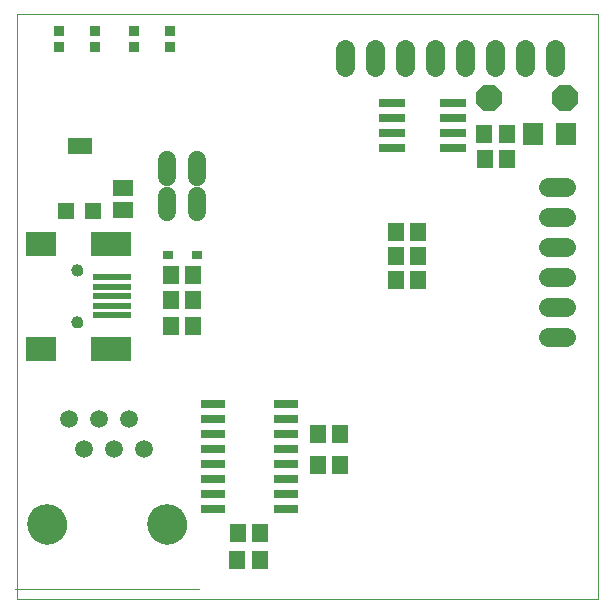
<source format=gts>
G75*
%MOIN*%
%OFA0B0*%
%FSLAX25Y25*%
%IPPOS*%
%LPD*%
%AMOC8*
5,1,8,0,0,1.08239X$1,22.5*
%
%ADD10C,0.00000*%
%ADD11R,0.05518X0.06306*%
%ADD12R,0.03550X0.02762*%
%ADD13R,0.09061X0.02762*%
%ADD14R,0.08400X0.03000*%
%ADD15C,0.00039*%
%ADD16C,0.05943*%
%ADD17C,0.13200*%
%ADD18C,0.06000*%
%ADD19C,0.06400*%
%ADD20R,0.03550X0.03353*%
%ADD21R,0.06699X0.05518*%
%ADD22R,0.05518X0.05518*%
%ADD23R,0.08274X0.05518*%
%ADD24OC8,0.08900*%
%ADD25R,0.10243X0.08274*%
%ADD26R,0.13392X0.08274*%
%ADD27R,0.12605X0.02369*%
%ADD28C,0.03943*%
%ADD29R,0.06699X0.07487*%
D10*
X0031644Y0065933D02*
X0031644Y0260894D01*
X0225345Y0260894D01*
X0225345Y0065933D01*
X0031644Y0065933D01*
X0035244Y0090933D02*
X0035246Y0091093D01*
X0035252Y0091252D01*
X0035262Y0091411D01*
X0035276Y0091570D01*
X0035294Y0091729D01*
X0035315Y0091887D01*
X0035341Y0092044D01*
X0035371Y0092201D01*
X0035404Y0092357D01*
X0035442Y0092512D01*
X0035483Y0092666D01*
X0035528Y0092819D01*
X0035577Y0092971D01*
X0035630Y0093122D01*
X0035686Y0093271D01*
X0035747Y0093419D01*
X0035810Y0093565D01*
X0035878Y0093710D01*
X0035949Y0093853D01*
X0036023Y0093994D01*
X0036101Y0094133D01*
X0036183Y0094270D01*
X0036268Y0094405D01*
X0036356Y0094538D01*
X0036448Y0094669D01*
X0036542Y0094797D01*
X0036640Y0094923D01*
X0036741Y0095047D01*
X0036845Y0095168D01*
X0036952Y0095286D01*
X0037062Y0095402D01*
X0037175Y0095515D01*
X0037291Y0095625D01*
X0037409Y0095732D01*
X0037530Y0095836D01*
X0037654Y0095937D01*
X0037780Y0096035D01*
X0037908Y0096129D01*
X0038039Y0096221D01*
X0038172Y0096309D01*
X0038307Y0096394D01*
X0038444Y0096476D01*
X0038583Y0096554D01*
X0038724Y0096628D01*
X0038867Y0096699D01*
X0039012Y0096767D01*
X0039158Y0096830D01*
X0039306Y0096891D01*
X0039455Y0096947D01*
X0039606Y0097000D01*
X0039758Y0097049D01*
X0039911Y0097094D01*
X0040065Y0097135D01*
X0040220Y0097173D01*
X0040376Y0097206D01*
X0040533Y0097236D01*
X0040690Y0097262D01*
X0040848Y0097283D01*
X0041007Y0097301D01*
X0041166Y0097315D01*
X0041325Y0097325D01*
X0041484Y0097331D01*
X0041644Y0097333D01*
X0041804Y0097331D01*
X0041963Y0097325D01*
X0042122Y0097315D01*
X0042281Y0097301D01*
X0042440Y0097283D01*
X0042598Y0097262D01*
X0042755Y0097236D01*
X0042912Y0097206D01*
X0043068Y0097173D01*
X0043223Y0097135D01*
X0043377Y0097094D01*
X0043530Y0097049D01*
X0043682Y0097000D01*
X0043833Y0096947D01*
X0043982Y0096891D01*
X0044130Y0096830D01*
X0044276Y0096767D01*
X0044421Y0096699D01*
X0044564Y0096628D01*
X0044705Y0096554D01*
X0044844Y0096476D01*
X0044981Y0096394D01*
X0045116Y0096309D01*
X0045249Y0096221D01*
X0045380Y0096129D01*
X0045508Y0096035D01*
X0045634Y0095937D01*
X0045758Y0095836D01*
X0045879Y0095732D01*
X0045997Y0095625D01*
X0046113Y0095515D01*
X0046226Y0095402D01*
X0046336Y0095286D01*
X0046443Y0095168D01*
X0046547Y0095047D01*
X0046648Y0094923D01*
X0046746Y0094797D01*
X0046840Y0094669D01*
X0046932Y0094538D01*
X0047020Y0094405D01*
X0047105Y0094270D01*
X0047187Y0094133D01*
X0047265Y0093994D01*
X0047339Y0093853D01*
X0047410Y0093710D01*
X0047478Y0093565D01*
X0047541Y0093419D01*
X0047602Y0093271D01*
X0047658Y0093122D01*
X0047711Y0092971D01*
X0047760Y0092819D01*
X0047805Y0092666D01*
X0047846Y0092512D01*
X0047884Y0092357D01*
X0047917Y0092201D01*
X0047947Y0092044D01*
X0047973Y0091887D01*
X0047994Y0091729D01*
X0048012Y0091570D01*
X0048026Y0091411D01*
X0048036Y0091252D01*
X0048042Y0091093D01*
X0048044Y0090933D01*
X0048042Y0090773D01*
X0048036Y0090614D01*
X0048026Y0090455D01*
X0048012Y0090296D01*
X0047994Y0090137D01*
X0047973Y0089979D01*
X0047947Y0089822D01*
X0047917Y0089665D01*
X0047884Y0089509D01*
X0047846Y0089354D01*
X0047805Y0089200D01*
X0047760Y0089047D01*
X0047711Y0088895D01*
X0047658Y0088744D01*
X0047602Y0088595D01*
X0047541Y0088447D01*
X0047478Y0088301D01*
X0047410Y0088156D01*
X0047339Y0088013D01*
X0047265Y0087872D01*
X0047187Y0087733D01*
X0047105Y0087596D01*
X0047020Y0087461D01*
X0046932Y0087328D01*
X0046840Y0087197D01*
X0046746Y0087069D01*
X0046648Y0086943D01*
X0046547Y0086819D01*
X0046443Y0086698D01*
X0046336Y0086580D01*
X0046226Y0086464D01*
X0046113Y0086351D01*
X0045997Y0086241D01*
X0045879Y0086134D01*
X0045758Y0086030D01*
X0045634Y0085929D01*
X0045508Y0085831D01*
X0045380Y0085737D01*
X0045249Y0085645D01*
X0045116Y0085557D01*
X0044981Y0085472D01*
X0044844Y0085390D01*
X0044705Y0085312D01*
X0044564Y0085238D01*
X0044421Y0085167D01*
X0044276Y0085099D01*
X0044130Y0085036D01*
X0043982Y0084975D01*
X0043833Y0084919D01*
X0043682Y0084866D01*
X0043530Y0084817D01*
X0043377Y0084772D01*
X0043223Y0084731D01*
X0043068Y0084693D01*
X0042912Y0084660D01*
X0042755Y0084630D01*
X0042598Y0084604D01*
X0042440Y0084583D01*
X0042281Y0084565D01*
X0042122Y0084551D01*
X0041963Y0084541D01*
X0041804Y0084535D01*
X0041644Y0084533D01*
X0041484Y0084535D01*
X0041325Y0084541D01*
X0041166Y0084551D01*
X0041007Y0084565D01*
X0040848Y0084583D01*
X0040690Y0084604D01*
X0040533Y0084630D01*
X0040376Y0084660D01*
X0040220Y0084693D01*
X0040065Y0084731D01*
X0039911Y0084772D01*
X0039758Y0084817D01*
X0039606Y0084866D01*
X0039455Y0084919D01*
X0039306Y0084975D01*
X0039158Y0085036D01*
X0039012Y0085099D01*
X0038867Y0085167D01*
X0038724Y0085238D01*
X0038583Y0085312D01*
X0038444Y0085390D01*
X0038307Y0085472D01*
X0038172Y0085557D01*
X0038039Y0085645D01*
X0037908Y0085737D01*
X0037780Y0085831D01*
X0037654Y0085929D01*
X0037530Y0086030D01*
X0037409Y0086134D01*
X0037291Y0086241D01*
X0037175Y0086351D01*
X0037062Y0086464D01*
X0036952Y0086580D01*
X0036845Y0086698D01*
X0036741Y0086819D01*
X0036640Y0086943D01*
X0036542Y0087069D01*
X0036448Y0087197D01*
X0036356Y0087328D01*
X0036268Y0087461D01*
X0036183Y0087596D01*
X0036101Y0087733D01*
X0036023Y0087872D01*
X0035949Y0088013D01*
X0035878Y0088156D01*
X0035810Y0088301D01*
X0035747Y0088447D01*
X0035686Y0088595D01*
X0035630Y0088744D01*
X0035577Y0088895D01*
X0035528Y0089047D01*
X0035483Y0089200D01*
X0035442Y0089354D01*
X0035404Y0089509D01*
X0035371Y0089665D01*
X0035341Y0089822D01*
X0035315Y0089979D01*
X0035294Y0090137D01*
X0035276Y0090296D01*
X0035262Y0090455D01*
X0035252Y0090614D01*
X0035246Y0090773D01*
X0035244Y0090933D01*
X0075244Y0090933D02*
X0075246Y0091093D01*
X0075252Y0091252D01*
X0075262Y0091411D01*
X0075276Y0091570D01*
X0075294Y0091729D01*
X0075315Y0091887D01*
X0075341Y0092044D01*
X0075371Y0092201D01*
X0075404Y0092357D01*
X0075442Y0092512D01*
X0075483Y0092666D01*
X0075528Y0092819D01*
X0075577Y0092971D01*
X0075630Y0093122D01*
X0075686Y0093271D01*
X0075747Y0093419D01*
X0075810Y0093565D01*
X0075878Y0093710D01*
X0075949Y0093853D01*
X0076023Y0093994D01*
X0076101Y0094133D01*
X0076183Y0094270D01*
X0076268Y0094405D01*
X0076356Y0094538D01*
X0076448Y0094669D01*
X0076542Y0094797D01*
X0076640Y0094923D01*
X0076741Y0095047D01*
X0076845Y0095168D01*
X0076952Y0095286D01*
X0077062Y0095402D01*
X0077175Y0095515D01*
X0077291Y0095625D01*
X0077409Y0095732D01*
X0077530Y0095836D01*
X0077654Y0095937D01*
X0077780Y0096035D01*
X0077908Y0096129D01*
X0078039Y0096221D01*
X0078172Y0096309D01*
X0078307Y0096394D01*
X0078444Y0096476D01*
X0078583Y0096554D01*
X0078724Y0096628D01*
X0078867Y0096699D01*
X0079012Y0096767D01*
X0079158Y0096830D01*
X0079306Y0096891D01*
X0079455Y0096947D01*
X0079606Y0097000D01*
X0079758Y0097049D01*
X0079911Y0097094D01*
X0080065Y0097135D01*
X0080220Y0097173D01*
X0080376Y0097206D01*
X0080533Y0097236D01*
X0080690Y0097262D01*
X0080848Y0097283D01*
X0081007Y0097301D01*
X0081166Y0097315D01*
X0081325Y0097325D01*
X0081484Y0097331D01*
X0081644Y0097333D01*
X0081804Y0097331D01*
X0081963Y0097325D01*
X0082122Y0097315D01*
X0082281Y0097301D01*
X0082440Y0097283D01*
X0082598Y0097262D01*
X0082755Y0097236D01*
X0082912Y0097206D01*
X0083068Y0097173D01*
X0083223Y0097135D01*
X0083377Y0097094D01*
X0083530Y0097049D01*
X0083682Y0097000D01*
X0083833Y0096947D01*
X0083982Y0096891D01*
X0084130Y0096830D01*
X0084276Y0096767D01*
X0084421Y0096699D01*
X0084564Y0096628D01*
X0084705Y0096554D01*
X0084844Y0096476D01*
X0084981Y0096394D01*
X0085116Y0096309D01*
X0085249Y0096221D01*
X0085380Y0096129D01*
X0085508Y0096035D01*
X0085634Y0095937D01*
X0085758Y0095836D01*
X0085879Y0095732D01*
X0085997Y0095625D01*
X0086113Y0095515D01*
X0086226Y0095402D01*
X0086336Y0095286D01*
X0086443Y0095168D01*
X0086547Y0095047D01*
X0086648Y0094923D01*
X0086746Y0094797D01*
X0086840Y0094669D01*
X0086932Y0094538D01*
X0087020Y0094405D01*
X0087105Y0094270D01*
X0087187Y0094133D01*
X0087265Y0093994D01*
X0087339Y0093853D01*
X0087410Y0093710D01*
X0087478Y0093565D01*
X0087541Y0093419D01*
X0087602Y0093271D01*
X0087658Y0093122D01*
X0087711Y0092971D01*
X0087760Y0092819D01*
X0087805Y0092666D01*
X0087846Y0092512D01*
X0087884Y0092357D01*
X0087917Y0092201D01*
X0087947Y0092044D01*
X0087973Y0091887D01*
X0087994Y0091729D01*
X0088012Y0091570D01*
X0088026Y0091411D01*
X0088036Y0091252D01*
X0088042Y0091093D01*
X0088044Y0090933D01*
X0088042Y0090773D01*
X0088036Y0090614D01*
X0088026Y0090455D01*
X0088012Y0090296D01*
X0087994Y0090137D01*
X0087973Y0089979D01*
X0087947Y0089822D01*
X0087917Y0089665D01*
X0087884Y0089509D01*
X0087846Y0089354D01*
X0087805Y0089200D01*
X0087760Y0089047D01*
X0087711Y0088895D01*
X0087658Y0088744D01*
X0087602Y0088595D01*
X0087541Y0088447D01*
X0087478Y0088301D01*
X0087410Y0088156D01*
X0087339Y0088013D01*
X0087265Y0087872D01*
X0087187Y0087733D01*
X0087105Y0087596D01*
X0087020Y0087461D01*
X0086932Y0087328D01*
X0086840Y0087197D01*
X0086746Y0087069D01*
X0086648Y0086943D01*
X0086547Y0086819D01*
X0086443Y0086698D01*
X0086336Y0086580D01*
X0086226Y0086464D01*
X0086113Y0086351D01*
X0085997Y0086241D01*
X0085879Y0086134D01*
X0085758Y0086030D01*
X0085634Y0085929D01*
X0085508Y0085831D01*
X0085380Y0085737D01*
X0085249Y0085645D01*
X0085116Y0085557D01*
X0084981Y0085472D01*
X0084844Y0085390D01*
X0084705Y0085312D01*
X0084564Y0085238D01*
X0084421Y0085167D01*
X0084276Y0085099D01*
X0084130Y0085036D01*
X0083982Y0084975D01*
X0083833Y0084919D01*
X0083682Y0084866D01*
X0083530Y0084817D01*
X0083377Y0084772D01*
X0083223Y0084731D01*
X0083068Y0084693D01*
X0082912Y0084660D01*
X0082755Y0084630D01*
X0082598Y0084604D01*
X0082440Y0084583D01*
X0082281Y0084565D01*
X0082122Y0084551D01*
X0081963Y0084541D01*
X0081804Y0084535D01*
X0081644Y0084533D01*
X0081484Y0084535D01*
X0081325Y0084541D01*
X0081166Y0084551D01*
X0081007Y0084565D01*
X0080848Y0084583D01*
X0080690Y0084604D01*
X0080533Y0084630D01*
X0080376Y0084660D01*
X0080220Y0084693D01*
X0080065Y0084731D01*
X0079911Y0084772D01*
X0079758Y0084817D01*
X0079606Y0084866D01*
X0079455Y0084919D01*
X0079306Y0084975D01*
X0079158Y0085036D01*
X0079012Y0085099D01*
X0078867Y0085167D01*
X0078724Y0085238D01*
X0078583Y0085312D01*
X0078444Y0085390D01*
X0078307Y0085472D01*
X0078172Y0085557D01*
X0078039Y0085645D01*
X0077908Y0085737D01*
X0077780Y0085831D01*
X0077654Y0085929D01*
X0077530Y0086030D01*
X0077409Y0086134D01*
X0077291Y0086241D01*
X0077175Y0086351D01*
X0077062Y0086464D01*
X0076952Y0086580D01*
X0076845Y0086698D01*
X0076741Y0086819D01*
X0076640Y0086943D01*
X0076542Y0087069D01*
X0076448Y0087197D01*
X0076356Y0087328D01*
X0076268Y0087461D01*
X0076183Y0087596D01*
X0076101Y0087733D01*
X0076023Y0087872D01*
X0075949Y0088013D01*
X0075878Y0088156D01*
X0075810Y0088301D01*
X0075747Y0088447D01*
X0075686Y0088595D01*
X0075630Y0088744D01*
X0075577Y0088895D01*
X0075528Y0089047D01*
X0075483Y0089200D01*
X0075442Y0089354D01*
X0075404Y0089509D01*
X0075371Y0089665D01*
X0075341Y0089822D01*
X0075315Y0089979D01*
X0075294Y0090137D01*
X0075276Y0090296D01*
X0075262Y0090455D01*
X0075252Y0090614D01*
X0075246Y0090773D01*
X0075244Y0090933D01*
X0049872Y0158335D02*
X0049874Y0158419D01*
X0049880Y0158502D01*
X0049890Y0158585D01*
X0049904Y0158668D01*
X0049921Y0158750D01*
X0049943Y0158831D01*
X0049968Y0158910D01*
X0049997Y0158989D01*
X0050030Y0159066D01*
X0050066Y0159141D01*
X0050106Y0159215D01*
X0050149Y0159287D01*
X0050196Y0159356D01*
X0050246Y0159423D01*
X0050299Y0159488D01*
X0050355Y0159550D01*
X0050413Y0159610D01*
X0050475Y0159667D01*
X0050539Y0159720D01*
X0050606Y0159771D01*
X0050675Y0159818D01*
X0050746Y0159863D01*
X0050819Y0159903D01*
X0050894Y0159940D01*
X0050971Y0159974D01*
X0051049Y0160004D01*
X0051128Y0160030D01*
X0051209Y0160053D01*
X0051291Y0160071D01*
X0051373Y0160086D01*
X0051456Y0160097D01*
X0051539Y0160104D01*
X0051623Y0160107D01*
X0051707Y0160106D01*
X0051790Y0160101D01*
X0051874Y0160092D01*
X0051956Y0160079D01*
X0052038Y0160063D01*
X0052119Y0160042D01*
X0052200Y0160018D01*
X0052278Y0159990D01*
X0052356Y0159958D01*
X0052432Y0159922D01*
X0052506Y0159883D01*
X0052578Y0159841D01*
X0052648Y0159795D01*
X0052716Y0159746D01*
X0052781Y0159694D01*
X0052844Y0159639D01*
X0052904Y0159581D01*
X0052962Y0159520D01*
X0053016Y0159456D01*
X0053068Y0159390D01*
X0053116Y0159322D01*
X0053161Y0159251D01*
X0053202Y0159178D01*
X0053241Y0159104D01*
X0053275Y0159028D01*
X0053306Y0158950D01*
X0053333Y0158871D01*
X0053357Y0158790D01*
X0053376Y0158709D01*
X0053392Y0158627D01*
X0053404Y0158544D01*
X0053412Y0158460D01*
X0053416Y0158377D01*
X0053416Y0158293D01*
X0053412Y0158210D01*
X0053404Y0158126D01*
X0053392Y0158043D01*
X0053376Y0157961D01*
X0053357Y0157880D01*
X0053333Y0157799D01*
X0053306Y0157720D01*
X0053275Y0157642D01*
X0053241Y0157566D01*
X0053202Y0157492D01*
X0053161Y0157419D01*
X0053116Y0157348D01*
X0053068Y0157280D01*
X0053016Y0157214D01*
X0052962Y0157150D01*
X0052904Y0157089D01*
X0052844Y0157031D01*
X0052781Y0156976D01*
X0052716Y0156924D01*
X0052648Y0156875D01*
X0052578Y0156829D01*
X0052506Y0156787D01*
X0052432Y0156748D01*
X0052356Y0156712D01*
X0052278Y0156680D01*
X0052200Y0156652D01*
X0052119Y0156628D01*
X0052038Y0156607D01*
X0051956Y0156591D01*
X0051874Y0156578D01*
X0051790Y0156569D01*
X0051707Y0156564D01*
X0051623Y0156563D01*
X0051539Y0156566D01*
X0051456Y0156573D01*
X0051373Y0156584D01*
X0051291Y0156599D01*
X0051209Y0156617D01*
X0051128Y0156640D01*
X0051049Y0156666D01*
X0050971Y0156696D01*
X0050894Y0156730D01*
X0050819Y0156767D01*
X0050746Y0156807D01*
X0050675Y0156852D01*
X0050606Y0156899D01*
X0050539Y0156950D01*
X0050475Y0157003D01*
X0050413Y0157060D01*
X0050355Y0157120D01*
X0050299Y0157182D01*
X0050246Y0157247D01*
X0050196Y0157314D01*
X0050149Y0157383D01*
X0050106Y0157455D01*
X0050066Y0157529D01*
X0050030Y0157604D01*
X0049997Y0157681D01*
X0049968Y0157760D01*
X0049943Y0157839D01*
X0049921Y0157920D01*
X0049904Y0158002D01*
X0049890Y0158085D01*
X0049880Y0158168D01*
X0049874Y0158251D01*
X0049872Y0158335D01*
X0049872Y0175657D02*
X0049874Y0175741D01*
X0049880Y0175824D01*
X0049890Y0175907D01*
X0049904Y0175990D01*
X0049921Y0176072D01*
X0049943Y0176153D01*
X0049968Y0176232D01*
X0049997Y0176311D01*
X0050030Y0176388D01*
X0050066Y0176463D01*
X0050106Y0176537D01*
X0050149Y0176609D01*
X0050196Y0176678D01*
X0050246Y0176745D01*
X0050299Y0176810D01*
X0050355Y0176872D01*
X0050413Y0176932D01*
X0050475Y0176989D01*
X0050539Y0177042D01*
X0050606Y0177093D01*
X0050675Y0177140D01*
X0050746Y0177185D01*
X0050819Y0177225D01*
X0050894Y0177262D01*
X0050971Y0177296D01*
X0051049Y0177326D01*
X0051128Y0177352D01*
X0051209Y0177375D01*
X0051291Y0177393D01*
X0051373Y0177408D01*
X0051456Y0177419D01*
X0051539Y0177426D01*
X0051623Y0177429D01*
X0051707Y0177428D01*
X0051790Y0177423D01*
X0051874Y0177414D01*
X0051956Y0177401D01*
X0052038Y0177385D01*
X0052119Y0177364D01*
X0052200Y0177340D01*
X0052278Y0177312D01*
X0052356Y0177280D01*
X0052432Y0177244D01*
X0052506Y0177205D01*
X0052578Y0177163D01*
X0052648Y0177117D01*
X0052716Y0177068D01*
X0052781Y0177016D01*
X0052844Y0176961D01*
X0052904Y0176903D01*
X0052962Y0176842D01*
X0053016Y0176778D01*
X0053068Y0176712D01*
X0053116Y0176644D01*
X0053161Y0176573D01*
X0053202Y0176500D01*
X0053241Y0176426D01*
X0053275Y0176350D01*
X0053306Y0176272D01*
X0053333Y0176193D01*
X0053357Y0176112D01*
X0053376Y0176031D01*
X0053392Y0175949D01*
X0053404Y0175866D01*
X0053412Y0175782D01*
X0053416Y0175699D01*
X0053416Y0175615D01*
X0053412Y0175532D01*
X0053404Y0175448D01*
X0053392Y0175365D01*
X0053376Y0175283D01*
X0053357Y0175202D01*
X0053333Y0175121D01*
X0053306Y0175042D01*
X0053275Y0174964D01*
X0053241Y0174888D01*
X0053202Y0174814D01*
X0053161Y0174741D01*
X0053116Y0174670D01*
X0053068Y0174602D01*
X0053016Y0174536D01*
X0052962Y0174472D01*
X0052904Y0174411D01*
X0052844Y0174353D01*
X0052781Y0174298D01*
X0052716Y0174246D01*
X0052648Y0174197D01*
X0052578Y0174151D01*
X0052506Y0174109D01*
X0052432Y0174070D01*
X0052356Y0174034D01*
X0052278Y0174002D01*
X0052200Y0173974D01*
X0052119Y0173950D01*
X0052038Y0173929D01*
X0051956Y0173913D01*
X0051874Y0173900D01*
X0051790Y0173891D01*
X0051707Y0173886D01*
X0051623Y0173885D01*
X0051539Y0173888D01*
X0051456Y0173895D01*
X0051373Y0173906D01*
X0051291Y0173921D01*
X0051209Y0173939D01*
X0051128Y0173962D01*
X0051049Y0173988D01*
X0050971Y0174018D01*
X0050894Y0174052D01*
X0050819Y0174089D01*
X0050746Y0174129D01*
X0050675Y0174174D01*
X0050606Y0174221D01*
X0050539Y0174272D01*
X0050475Y0174325D01*
X0050413Y0174382D01*
X0050355Y0174442D01*
X0050299Y0174504D01*
X0050246Y0174569D01*
X0050196Y0174636D01*
X0050149Y0174705D01*
X0050106Y0174777D01*
X0050066Y0174851D01*
X0050030Y0174926D01*
X0049997Y0175003D01*
X0049968Y0175082D01*
X0049943Y0175161D01*
X0049921Y0175242D01*
X0049904Y0175324D01*
X0049890Y0175407D01*
X0049880Y0175490D01*
X0049874Y0175573D01*
X0049872Y0175657D01*
D11*
X0082904Y0173925D03*
X0090384Y0173925D03*
X0090384Y0165618D03*
X0082904Y0165618D03*
X0082904Y0157173D03*
X0090384Y0157173D03*
X0131978Y0120992D03*
X0139459Y0120992D03*
X0139459Y0110579D03*
X0131978Y0110579D03*
X0112707Y0088020D03*
X0105226Y0088020D03*
X0105108Y0079161D03*
X0112589Y0079161D03*
X0157904Y0172449D03*
X0165384Y0172449D03*
X0165384Y0180441D03*
X0157904Y0180441D03*
X0157904Y0188433D03*
X0165384Y0188433D03*
X0187549Y0212862D03*
X0195030Y0212862D03*
X0194912Y0220972D03*
X0187431Y0220972D03*
D12*
X0091801Y0180854D03*
X0081959Y0180854D03*
D13*
X0156703Y0216346D03*
X0156703Y0221346D03*
X0156703Y0226346D03*
X0156703Y0231346D03*
X0177175Y0231346D03*
X0177175Y0226346D03*
X0177175Y0221346D03*
X0177175Y0216346D03*
D14*
X0121244Y0130933D03*
X0121244Y0125933D03*
X0121244Y0120933D03*
X0121244Y0115933D03*
X0121244Y0110933D03*
X0121244Y0105933D03*
X0121244Y0100933D03*
X0121244Y0095933D03*
X0097044Y0095933D03*
X0097044Y0100933D03*
X0097044Y0105933D03*
X0097044Y0110933D03*
X0097044Y0115933D03*
X0097044Y0120933D03*
X0097044Y0125933D03*
X0097044Y0130933D03*
D15*
X0092394Y0069240D02*
X0030894Y0069240D01*
D16*
X0054144Y0115933D03*
X0059144Y0125933D03*
X0069144Y0125933D03*
X0074144Y0115933D03*
X0064144Y0115933D03*
X0049144Y0125933D03*
D17*
X0041644Y0090933D03*
X0081644Y0090933D03*
D18*
X0081658Y0194893D02*
X0081658Y0200493D01*
X0081644Y0206735D02*
X0081644Y0212335D01*
X0091644Y0212335D02*
X0091644Y0206735D01*
X0091658Y0200493D02*
X0091658Y0194893D01*
D19*
X0141152Y0243425D02*
X0141152Y0249425D01*
X0151152Y0249425D02*
X0151152Y0243425D01*
X0161152Y0243425D02*
X0161152Y0249425D01*
X0171152Y0249425D02*
X0171152Y0243425D01*
X0181152Y0243425D02*
X0181152Y0249425D01*
X0191152Y0249425D02*
X0191152Y0243425D01*
X0201152Y0243425D02*
X0201152Y0249425D01*
X0211152Y0249425D02*
X0211152Y0243425D01*
X0208723Y0203315D02*
X0214723Y0203315D01*
X0214723Y0193315D02*
X0208723Y0193315D01*
X0208723Y0183315D02*
X0214723Y0183315D01*
X0214723Y0173315D02*
X0208723Y0173315D01*
X0208723Y0163315D02*
X0214723Y0163315D01*
X0214723Y0153315D02*
X0208723Y0153315D01*
D20*
X0082549Y0249988D03*
X0082549Y0255500D03*
X0070738Y0255500D03*
X0070738Y0249988D03*
X0057549Y0249988D03*
X0057549Y0255500D03*
X0045738Y0255500D03*
X0045738Y0249988D03*
D21*
X0066900Y0203118D03*
X0066900Y0195638D03*
D22*
X0057156Y0195539D03*
X0048100Y0195539D03*
D23*
X0052628Y0217193D03*
D24*
X0188844Y0232941D03*
X0214444Y0232941D03*
D25*
X0039833Y0184516D03*
X0039833Y0149476D03*
D26*
X0063061Y0149476D03*
X0063061Y0184516D03*
D27*
X0063455Y0173295D03*
X0063455Y0170146D03*
X0063455Y0166996D03*
X0063455Y0163846D03*
X0063455Y0160697D03*
D28*
X0051644Y0158335D03*
X0051644Y0175657D03*
D29*
X0203632Y0220933D03*
X0214656Y0220933D03*
M02*

</source>
